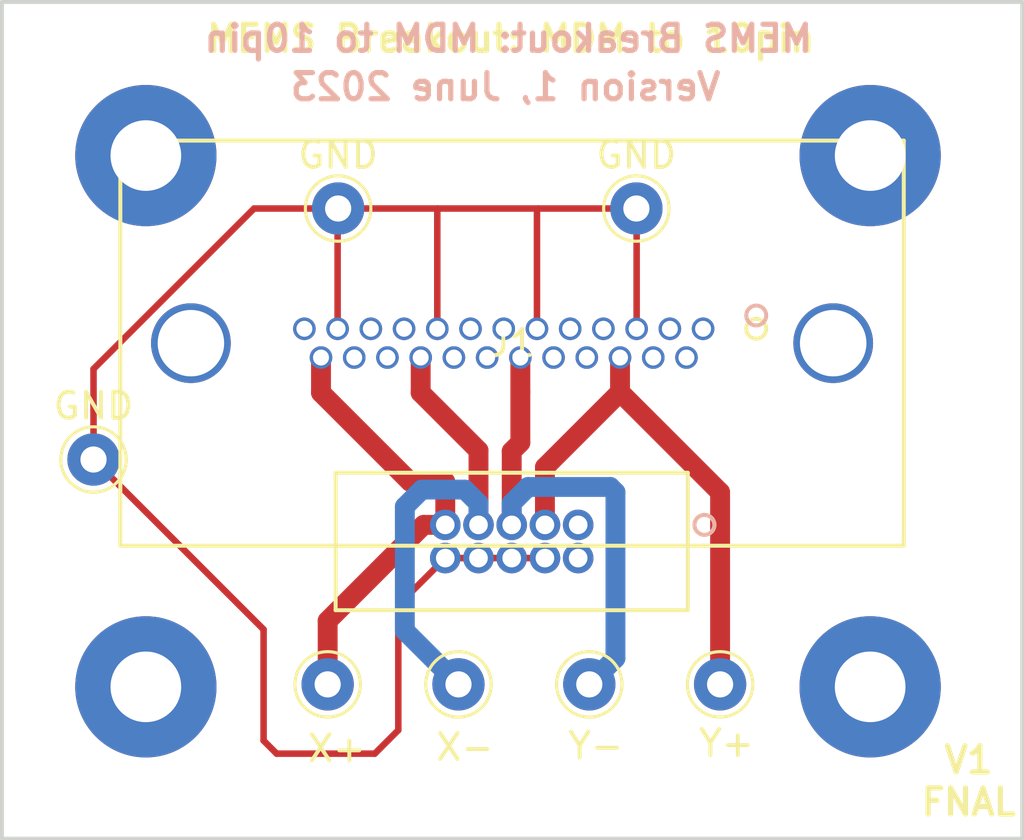
<source format=kicad_pcb>
(kicad_pcb (version 20171130) (host pcbnew "(5.1.10-1-10_14)")

  (general
    (thickness 1.6)
    (drawings 8)
    (tracks 58)
    (zones 0)
    (modules 13)
    (nets 6)
  )

  (page A4)
  (layers
    (0 F.Cu signal)
    (31 B.Cu signal)
    (32 B.Adhes user)
    (33 F.Adhes user)
    (34 B.Paste user)
    (35 F.Paste user)
    (36 B.SilkS user)
    (37 F.SilkS user)
    (38 B.Mask user)
    (39 F.Mask user)
    (40 Dwgs.User user)
    (41 Cmts.User user)
    (42 Eco1.User user)
    (43 Eco2.User user)
    (44 Edge.Cuts user)
    (45 Margin user)
    (46 B.CrtYd user)
    (47 F.CrtYd user)
    (48 B.Fab user)
    (49 F.Fab user)
  )

  (setup
    (last_trace_width 0.25)
    (trace_clearance 0.2)
    (zone_clearance 0.508)
    (zone_45_only no)
    (trace_min 0.2)
    (via_size 0.8)
    (via_drill 0.4)
    (via_min_size 0.4)
    (via_min_drill 0.3)
    (uvia_size 0.3)
    (uvia_drill 0.1)
    (uvias_allowed no)
    (uvia_min_size 0.2)
    (uvia_min_drill 0.1)
    (edge_width 0.05)
    (segment_width 0.2)
    (pcb_text_width 0.3)
    (pcb_text_size 1.5 1.5)
    (mod_edge_width 0.12)
    (mod_text_size 1 1)
    (mod_text_width 0.15)
    (pad_size 1.524 1.524)
    (pad_drill 0.762)
    (pad_to_mask_clearance 0)
    (aux_axis_origin 0 0)
    (visible_elements FFFFFF7F)
    (pcbplotparams
      (layerselection 0x010fc_ffffffff)
      (usegerberextensions false)
      (usegerberattributes true)
      (usegerberadvancedattributes true)
      (creategerberjobfile true)
      (excludeedgelayer true)
      (linewidth 0.100000)
      (plotframeref false)
      (viasonmask false)
      (mode 1)
      (useauxorigin false)
      (hpglpennumber 1)
      (hpglpenspeed 20)
      (hpglpendiameter 15.000000)
      (psnegative false)
      (psa4output false)
      (plotreference true)
      (plotvalue true)
      (plotinvisibletext false)
      (padsonsilk false)
      (subtractmaskfromsilk false)
      (outputformat 1)
      (mirror false)
      (drillshape 1)
      (scaleselection 1)
      (outputdirectory ""))
  )

  (net 0 "")
  (net 1 "Net-(J1-Pad16)")
  (net 2 "Net-(J1-Pad19)")
  (net 3 "Net-(J1-Pad22)")
  (net 4 "Net-(J1-Pad25)")
  (net 5 "Net-(J1-Pad12)")

  (net_class Default "This is the default net class."
    (clearance 0.2)
    (trace_width 0.25)
    (via_dia 0.8)
    (via_drill 0.4)
    (uvia_dia 0.3)
    (uvia_drill 0.1)
    (add_net "Net-(J1-Pad12)")
    (add_net "Net-(J1-Pad16)")
    (add_net "Net-(J1-Pad19)")
    (add_net "Net-(J1-Pad22)")
    (add_net "Net-(J1-Pad25)")
  )

  (module digikey_MDM_182-25FE-ND:digikey_MDM_182-25FE-ND (layer F.Cu) (tedit 0) (tstamp 649A9B16)
    (at 120.8 107.5)
    (path /64895DF0)
    (fp_text reference J1 (at -7.3025 0.549999) (layer F.SilkS)
      (effects (font (size 1 1) (thickness 0.15)))
    )
    (fp_text value DB25_Female_MountingHoles (at -7.3025 0.549999) (layer Cmts.User)
      (effects (font (size 1 1) (thickness 0.15)))
    )
    (fp_line (start -22.4028 -7.324001) (end -22.4028 8.423999) (layer F.CrtYd) (width 0.1524))
    (fp_line (start -22.4028 8.423999) (end 7.7978 8.423999) (layer F.CrtYd) (width 0.1524))
    (fp_line (start 7.7978 8.423999) (end 7.7978 -7.324001) (layer F.CrtYd) (width 0.1524))
    (fp_line (start 7.7978 -7.324001) (end -22.4028 -7.324001) (layer F.CrtYd) (width 0.1524))
    (fp_line (start -22.2758 8.296999) (end 7.6708 8.296999) (layer F.SilkS) (width 0.1524))
    (fp_line (start 7.6708 8.296999) (end 7.6708 -7.197001) (layer F.SilkS) (width 0.1524))
    (fp_line (start 7.6708 -7.197001) (end -22.2758 -7.197001) (layer F.SilkS) (width 0.1524))
    (fp_line (start -22.2758 -7.197001) (end -22.2758 8.296999) (layer F.SilkS) (width 0.1524))
    (fp_line (start -22.1488 8.169999) (end 7.5438 8.169999) (layer F.Fab) (width 0.1524))
    (fp_line (start 7.5438 8.169999) (end 7.5438 -7.070001) (layer F.Fab) (width 0.1524))
    (fp_line (start 7.5438 -7.070001) (end -22.1488 -7.070001) (layer F.Fab) (width 0.1524))
    (fp_line (start -22.1488 -7.070001) (end -22.1488 8.169999) (layer F.Fab) (width 0.1524))
    (fp_circle (center 2.032 0) (end 2.413 0) (layer F.SilkS) (width 0.1524))
    (fp_circle (center 0 -2.032) (end 0.381 -2.032) (layer F.Fab) (width 0.1524))
    (fp_circle (center 2.032 -0.508) (end 2.413 -0.508) (layer B.SilkS) (width 0.1524))
    (fp_text user "Copyright 2016 Accelerated Designs. All rights reserved." (at 0 0) (layer Cmts.User)
      (effects (font (size 0.127 0.127) (thickness 0.002)))
    )
    (pad 28 thru_hole circle (at 4.972502 0.549999 90) (size 3.048 3.048) (drill 2.54) (layers *.Cu *.Mask))
    (pad 27 thru_hole circle (at -19.577502 0.549999 90) (size 3.048 3.048) (drill 2.54) (layers *.Cu *.Mask))
    (pad 14 thru_hole circle (at -0.635 1.099998) (size 0.8636 0.8636) (drill 0.6096) (layers *.Cu *.Mask))
    (pad 15 thru_hole circle (at -1.905 1.099998) (size 0.8636 0.8636) (drill 0.6096) (layers *.Cu *.Mask))
    (pad 16 thru_hole circle (at -3.175 1.099998) (size 0.8636 0.8636) (drill 0.6096) (layers *.Cu *.Mask)
      (net 1 "Net-(J1-Pad16)"))
    (pad 17 thru_hole circle (at -4.445 1.099998) (size 0.8636 0.8636) (drill 0.6096) (layers *.Cu *.Mask))
    (pad 18 thru_hole circle (at -5.715 1.099998) (size 0.8636 0.8636) (drill 0.6096) (layers *.Cu *.Mask))
    (pad 19 thru_hole circle (at -6.985 1.099998) (size 0.8636 0.8636) (drill 0.6096) (layers *.Cu *.Mask)
      (net 2 "Net-(J1-Pad19)"))
    (pad 20 thru_hole circle (at -8.255 1.099998) (size 0.8636 0.8636) (drill 0.6096) (layers *.Cu *.Mask))
    (pad 21 thru_hole circle (at -9.525 1.099998) (size 0.8636 0.8636) (drill 0.6096) (layers *.Cu *.Mask))
    (pad 22 thru_hole circle (at -10.795 1.099998) (size 0.8636 0.8636) (drill 0.6096) (layers *.Cu *.Mask)
      (net 3 "Net-(J1-Pad22)"))
    (pad 23 thru_hole circle (at -12.065 1.099998) (size 0.8636 0.8636) (drill 0.6096) (layers *.Cu *.Mask))
    (pad 24 thru_hole circle (at -13.335 1.099998) (size 0.8636 0.8636) (drill 0.6096) (layers *.Cu *.Mask))
    (pad 25 thru_hole circle (at -14.605 1.099998) (size 0.8636 0.8636) (drill 0.6096) (layers *.Cu *.Mask)
      (net 4 "Net-(J1-Pad25)"))
    (pad 1 thru_hole circle (at 0 0) (size 0.8636 0.8636) (drill 0.6096) (layers *.Cu *.Mask))
    (pad 2 thru_hole circle (at -1.27 0) (size 0.8636 0.8636) (drill 0.6096) (layers *.Cu *.Mask))
    (pad 3 thru_hole circle (at -2.54 0) (size 0.8636 0.8636) (drill 0.6096) (layers *.Cu *.Mask)
      (net 5 "Net-(J1-Pad12)"))
    (pad 4 thru_hole circle (at -3.81 0) (size 0.8636 0.8636) (drill 0.6096) (layers *.Cu *.Mask))
    (pad 5 thru_hole circle (at -5.08 0) (size 0.8636 0.8636) (drill 0.6096) (layers *.Cu *.Mask))
    (pad 6 thru_hole circle (at -6.35 0) (size 0.8636 0.8636) (drill 0.6096) (layers *.Cu *.Mask)
      (net 5 "Net-(J1-Pad12)"))
    (pad 7 thru_hole circle (at -7.62 0) (size 0.8636 0.8636) (drill 0.6096) (layers *.Cu *.Mask))
    (pad 8 thru_hole circle (at -8.89 0) (size 0.8636 0.8636) (drill 0.6096) (layers *.Cu *.Mask))
    (pad 9 thru_hole circle (at -10.16 0) (size 0.8636 0.8636) (drill 0.6096) (layers *.Cu *.Mask)
      (net 5 "Net-(J1-Pad12)"))
    (pad 10 thru_hole circle (at -11.43 0) (size 0.8636 0.8636) (drill 0.6096) (layers *.Cu *.Mask))
    (pad 11 thru_hole circle (at -12.7 0) (size 0.8636 0.8636) (drill 0.6096) (layers *.Cu *.Mask))
    (pad 12 thru_hole circle (at -13.97 0) (size 0.8636 0.8636) (drill 0.6096) (layers *.Cu *.Mask)
      (net 5 "Net-(J1-Pad12)"))
    (pad 13 thru_hole circle (at -15.24 0) (size 0.8636 0.8636) (drill 0.6096) (layers *.Cu *.Mask))
  )

  (module digikey_10pin_1175-1627-ND:digikey_10pin_1175-1627-ND (layer F.Cu) (tedit 0) (tstamp 649A8FE0)
    (at 116.025 115 180)
    (path /648DC9F3)
    (fp_text reference J5 (at 2.54 -0.635) (layer Cmts.User)
      (effects (font (size 1 1) (thickness 0.15)))
    )
    (fp_text value 3220-10-0100-00 (at 2.54 -0.635) (layer Cmts.User)
      (effects (font (size 1 1) (thickness 0.15)))
    )
    (fp_line (start -4.318 -3.3909) (end -4.318 2.1209) (layer F.CrtYd) (width 0.1524))
    (fp_line (start -4.318 2.1209) (end 9.398 2.1209) (layer F.CrtYd) (width 0.1524))
    (fp_line (start 9.398 2.1209) (end 9.398 -3.3909) (layer F.CrtYd) (width 0.1524))
    (fp_line (start 9.398 -3.3909) (end -4.318 -3.3909) (layer F.CrtYd) (width 0.1524))
    (fp_line (start -4.191 1.9939) (end 9.271 1.9939) (layer F.SilkS) (width 0.1524))
    (fp_line (start 9.271 1.9939) (end 9.271 -3.2639) (layer F.SilkS) (width 0.1524))
    (fp_line (start 9.271 -3.2639) (end -4.191 -3.2639) (layer F.SilkS) (width 0.1524))
    (fp_line (start -4.191 -3.2639) (end -4.191 1.9939) (layer F.SilkS) (width 0.1524))
    (fp_line (start -4.064 1.8669) (end 9.144 1.8669) (layer F.Fab) (width 0.1524))
    (fp_line (start 9.144 1.8669) (end 9.144 -3.1369) (layer F.Fab) (width 0.1524))
    (fp_line (start 9.144 -3.1369) (end -4.064 -3.1369) (layer F.Fab) (width 0.1524))
    (fp_line (start -4.064 -3.1369) (end -4.064 1.8669) (layer F.Fab) (width 0.1524))
    (fp_circle (center -4.826 0) (end -4.445 0) (layer F.SilkS) (width 0.1524))
    (fp_circle (center -4.826 0) (end -4.445 0) (layer B.SilkS) (width 0.1524))
    (fp_circle (center 0 1.905) (end 0.381 1.905) (layer F.Fab) (width 0.1524))
    (fp_text user "Copyright 2016 Accelerated Designs. All rights reserved." (at 0 0) (layer Cmts.User)
      (effects (font (size 0.127 0.127) (thickness 0.002)))
    )
    (pad 10 thru_hole circle (at 5.08 -1.27 180) (size 1.1684 1.1684) (drill 0.7112) (layers *.Cu *.Mask)
      (net 5 "Net-(J1-Pad12)"))
    (pad 9 thru_hole circle (at 5.08 0 180) (size 1.1684 1.1684) (drill 0.7112) (layers *.Cu *.Mask)
      (net 4 "Net-(J1-Pad25)"))
    (pad 8 thru_hole circle (at 3.81 -1.27 180) (size 1.1684 1.1684) (drill 0.7112) (layers *.Cu *.Mask)
      (net 5 "Net-(J1-Pad12)"))
    (pad 7 thru_hole circle (at 3.81 0 180) (size 1.1684 1.1684) (drill 0.7112) (layers *.Cu *.Mask)
      (net 3 "Net-(J1-Pad22)"))
    (pad 6 thru_hole circle (at 2.54 -1.27 180) (size 1.1684 1.1684) (drill 0.7112) (layers *.Cu *.Mask)
      (net 5 "Net-(J1-Pad12)"))
    (pad 5 thru_hole circle (at 2.54 0 180) (size 1.1684 1.1684) (drill 0.7112) (layers *.Cu *.Mask)
      (net 2 "Net-(J1-Pad19)"))
    (pad 4 thru_hole circle (at 1.27 -1.27 180) (size 1.1684 1.1684) (drill 0.7112) (layers *.Cu *.Mask)
      (net 5 "Net-(J1-Pad12)"))
    (pad 3 thru_hole circle (at 1.27 0 180) (size 1.1684 1.1684) (drill 0.7112) (layers *.Cu *.Mask)
      (net 1 "Net-(J1-Pad16)"))
    (pad 2 thru_hole circle (at 0 -1.27 180) (size 1.1684 1.1684) (drill 0.7112) (layers *.Cu *.Mask))
    (pad 1 thru_hole circle (at 0 0 180) (size 1.1684 1.1684) (drill 0.7112) (layers *.Cu *.Mask))
  )

  (module Connector_Pin:Pin_D1.0mm_L10.0mm (layer F.Cu) (tedit 5A1DC084) (tstamp 649A9074)
    (at 97.5 112.5)
    (descr "solder Pin_ diameter 1.0mm, hole diameter 1.0mm (press fit), length 10.0mm")
    (tags "solder Pin_ press fit")
    (path /648B4270)
    (fp_text reference J11 (at 0 2.25) (layer Dwgs.User)
      (effects (font (size 1 1) (thickness 0.15)))
    )
    (fp_text value GND (at 0 -2.05) (layer F.SilkS)
      (effects (font (size 1 1) (thickness 0.15)))
    )
    (fp_circle (center 0 0) (end 1.5 0) (layer F.CrtYd) (width 0.05))
    (fp_circle (center 0 0) (end 0.5 0) (layer F.Fab) (width 0.12))
    (fp_circle (center 0 0) (end 1 0) (layer F.Fab) (width 0.12))
    (fp_circle (center 0 0) (end 1.25 0.05) (layer F.SilkS) (width 0.12))
    (fp_text user %R (at 0 2.25) (layer F.Fab)
      (effects (font (size 1 1) (thickness 0.15)))
    )
    (pad 1 thru_hole circle (at 0 0) (size 2 2) (drill 1) (layers *.Cu *.Mask)
      (net 5 "Net-(J1-Pad12)"))
    (model ${KICAD6_3DMODEL_DIR}/Connector_Pin.3dshapes/Pin_D1.0mm_L10.0mm.wrl
      (at (xyz 0 0 0))
      (scale (xyz 1 1 1))
      (rotate (xyz 0 0 0))
    )
  )

  (module Connector_Pin:Pin_D1.0mm_L10.0mm (layer F.Cu) (tedit 5A1DC084) (tstamp 649A9059)
    (at 121.45 121.1)
    (descr "solder Pin_ diameter 1.0mm, hole diameter 1.0mm (press fit), length 10.0mm")
    (tags "solder Pin_ press fit")
    (path /648E928D)
    (fp_text reference J8 (at 0 2.25) (layer Dwgs.User)
      (effects (font (size 1 1) (thickness 0.15)))
    )
    (fp_text value Y+ (at 0.25 2.25) (layer F.SilkS)
      (effects (font (size 1 1) (thickness 0.15)))
    )
    (fp_circle (center 0 0) (end 1.5 0) (layer F.CrtYd) (width 0.05))
    (fp_circle (center 0 0) (end 0.5 0) (layer F.Fab) (width 0.12))
    (fp_circle (center 0 0) (end 1 0) (layer F.Fab) (width 0.12))
    (fp_circle (center 0 0) (end 1.25 0.05) (layer F.SilkS) (width 0.12))
    (fp_text user %R (at 0 2.25) (layer F.Fab)
      (effects (font (size 1 1) (thickness 0.15)))
    )
    (pad 1 thru_hole circle (at 0 0) (size 2 2) (drill 1) (layers *.Cu *.Mask)
      (net 1 "Net-(J1-Pad16)"))
    (model ${KICAD6_3DMODEL_DIR}/Connector_Pin.3dshapes/Pin_D1.0mm_L10.0mm.wrl
      (at (xyz 0 0 0))
      (scale (xyz 1 1 1))
      (rotate (xyz 0 0 0))
    )
  )

  (module Connector_Pin:Pin_D1.0mm_L10.0mm (layer F.Cu) (tedit 5A1DC084) (tstamp 649A903E)
    (at 116.45 121.1)
    (descr "solder Pin_ diameter 1.0mm, hole diameter 1.0mm (press fit), length 10.0mm")
    (tags "solder Pin_ press fit")
    (path /648E952C)
    (fp_text reference J7 (at 0 2.25) (layer Dwgs.User)
      (effects (font (size 1 1) (thickness 0.15)))
    )
    (fp_text value Y- (at 0.25 2.35) (layer F.SilkS)
      (effects (font (size 1 1) (thickness 0.15)))
    )
    (fp_circle (center 0 0) (end 1.5 0) (layer F.CrtYd) (width 0.05))
    (fp_circle (center 0 0) (end 0.5 0) (layer F.Fab) (width 0.12))
    (fp_circle (center 0 0) (end 1 0) (layer F.Fab) (width 0.12))
    (fp_circle (center 0 0) (end 1.25 0.05) (layer F.SilkS) (width 0.12))
    (fp_text user %R (at 0 2.25) (layer F.Fab)
      (effects (font (size 1 1) (thickness 0.15)))
    )
    (pad 1 thru_hole circle (at 0 0) (size 2 2) (drill 1) (layers *.Cu *.Mask)
      (net 2 "Net-(J1-Pad19)"))
    (model ${KICAD6_3DMODEL_DIR}/Connector_Pin.3dshapes/Pin_D1.0mm_L10.0mm.wrl
      (at (xyz 0 0 0))
      (scale (xyz 1 1 1))
      (rotate (xyz 0 0 0))
    )
  )

  (module Connector_Pin:Pin_D1.0mm_L10.0mm (layer F.Cu) (tedit 5A1DC084) (tstamp 649A9023)
    (at 111.45 121.1)
    (descr "solder Pin_ diameter 1.0mm, hole diameter 1.0mm (press fit), length 10.0mm")
    (tags "solder Pin_ press fit")
    (path /648E8EC0)
    (fp_text reference J6 (at 0 2.25) (layer Dwgs.User)
      (effects (font (size 1 1) (thickness 0.15)))
    )
    (fp_text value X- (at 0.25 2.4) (layer F.SilkS)
      (effects (font (size 1 1) (thickness 0.15)))
    )
    (fp_circle (center 0 0) (end 1.5 0) (layer F.CrtYd) (width 0.05))
    (fp_circle (center 0 0) (end 0.5 0) (layer F.Fab) (width 0.12))
    (fp_circle (center 0 0) (end 1 0) (layer F.Fab) (width 0.12))
    (fp_circle (center 0 0) (end 1.25 0.05) (layer F.SilkS) (width 0.12))
    (pad 1 thru_hole circle (at 0 0) (size 2 2) (drill 1) (layers *.Cu *.Mask)
      (net 3 "Net-(J1-Pad22)"))
    (model ${KICAD6_3DMODEL_DIR}/Connector_Pin.3dshapes/Pin_D1.0mm_L10.0mm.wrl
      (at (xyz 0 0 0))
      (scale (xyz 1 1 1))
      (rotate (xyz 0 0 0))
    )
  )

  (module Connector_Pin:Pin_D1.0mm_L10.0mm (layer F.Cu) (tedit 5A1DC084) (tstamp 649A8FB1)
    (at 118.25 102.9)
    (descr "solder Pin_ diameter 1.0mm, hole diameter 1.0mm (press fit), length 10.0mm")
    (tags "solder Pin_ press fit")
    (path /648A5D07)
    (fp_text reference J4 (at 0 2.25) (layer Dwgs.User)
      (effects (font (size 1 1) (thickness 0.15)))
    )
    (fp_text value GND (at 0 -2.05) (layer F.SilkS)
      (effects (font (size 1 1) (thickness 0.15)))
    )
    (fp_circle (center 0 0) (end 1.5 0) (layer F.CrtYd) (width 0.05))
    (fp_circle (center 0 0) (end 0.5 0) (layer F.Fab) (width 0.12))
    (fp_circle (center 0 0) (end 1 0) (layer F.Fab) (width 0.12))
    (fp_circle (center 0 0) (end 1.25 0.05) (layer F.SilkS) (width 0.12))
    (fp_text user %R (at 0 2.25) (layer F.Fab)
      (effects (font (size 1 1) (thickness 0.15)))
    )
    (pad 1 thru_hole circle (at 0 0) (size 2 2) (drill 1) (layers *.Cu *.Mask)
      (net 5 "Net-(J1-Pad12)"))
    (model ${KICAD6_3DMODEL_DIR}/Connector_Pin.3dshapes/Pin_D1.0mm_L10.0mm.wrl
      (at (xyz 0 0 0))
      (scale (xyz 1 1 1))
      (rotate (xyz 0 0 0))
    )
  )

  (module Connector_Pin:Pin_D1.0mm_L10.0mm (layer F.Cu) (tedit 5A1DC084) (tstamp 649A8F96)
    (at 106.85 102.9)
    (descr "solder Pin_ diameter 1.0mm, hole diameter 1.0mm (press fit), length 10.0mm")
    (tags "solder Pin_ press fit")
    (path /648A4E0E)
    (fp_text reference J3 (at 0 2.25) (layer Dwgs.User)
      (effects (font (size 1 1) (thickness 0.15)))
    )
    (fp_text value GND (at 0 -2.05) (layer F.SilkS)
      (effects (font (size 1 1) (thickness 0.15)))
    )
    (fp_circle (center 0 0) (end 1.5 0) (layer F.CrtYd) (width 0.05))
    (fp_circle (center 0 0) (end 0.5 0) (layer F.Fab) (width 0.12))
    (fp_circle (center 0 0) (end 1 0) (layer F.Fab) (width 0.12))
    (fp_circle (center 0 0) (end 1.25 0.05) (layer F.SilkS) (width 0.12))
    (fp_text user %R (at 0 2.25) (layer F.Fab)
      (effects (font (size 1 1) (thickness 0.15)))
    )
    (pad 1 thru_hole circle (at 0 0) (size 2 2) (drill 1) (layers *.Cu *.Mask)
      (net 5 "Net-(J1-Pad12)"))
    (model ${KICAD6_3DMODEL_DIR}/Connector_Pin.3dshapes/Pin_D1.0mm_L10.0mm.wrl
      (at (xyz 0 0 0))
      (scale (xyz 1 1 1))
      (rotate (xyz 0 0 0))
    )
  )

  (module Connector_Pin:Pin_D1.0mm_L10.0mm (layer F.Cu) (tedit 5A1DC084) (tstamp 649A8F7B)
    (at 106.45 121.1)
    (descr "solder Pin_ diameter 1.0mm, hole diameter 1.0mm (press fit), length 10.0mm")
    (tags "solder Pin_ press fit")
    (path /648E7E0F)
    (fp_text reference J2 (at 0 2.25) (layer Dwgs.User)
      (effects (font (size 1 1) (thickness 0.15)))
    )
    (fp_text value X+ (at 0.35 2.45) (layer F.SilkS)
      (effects (font (size 1 1) (thickness 0.15)))
    )
    (fp_circle (center 0 0) (end 1.5 0) (layer F.CrtYd) (width 0.05))
    (fp_circle (center 0 0) (end 0.5 0) (layer F.Fab) (width 0.12))
    (fp_circle (center 0 0) (end 1 0) (layer F.Fab) (width 0.12))
    (fp_circle (center 0 0) (end 1.25 0.05) (layer F.SilkS) (width 0.12))
    (pad 1 thru_hole circle (at 0 0) (size 2 2) (drill 1) (layers *.Cu *.Mask)
      (net 4 "Net-(J1-Pad25)"))
    (model ${KICAD6_3DMODEL_DIR}/Connector_Pin.3dshapes/Pin_D1.0mm_L10.0mm.wrl
      (at (xyz 0 0 0))
      (scale (xyz 1 1 1))
      (rotate (xyz 0 0 0))
    )
  )

  (module MountingHole:MountingHole_2.7mm_M2.5_Pad (layer F.Cu) (tedit 56D1B4CB) (tstamp 649A8EDA)
    (at 127.186 121.195)
    (descr "Mounting Hole 2.7mm, M2.5")
    (tags "mounting hole 2.7mm m2.5")
    (path /648CADE9)
    (attr virtual)
    (fp_text reference H4 (at 0 -3.7) (layer Cmts.User)
      (effects (font (size 1 1) (thickness 0.15)))
    )
    (fp_text value MountingHole (at 0 3.7) (layer Dwgs.User)
      (effects (font (size 1 1) (thickness 0.15)))
    )
    (fp_circle (center 0 0) (end 2.7 0) (layer Cmts.User) (width 0.15))
    (fp_circle (center 0 0) (end 2.95 0) (layer F.CrtYd) (width 0.05))
    (fp_text user %R (at 0.3 0) (layer F.Fab)
      (effects (font (size 1 1) (thickness 0.15)))
    )
    (pad 1 thru_hole circle (at 0 0) (size 5.4 5.4) (drill 2.7) (layers *.Cu *.Mask))
  )

  (module MountingHole:MountingHole_2.7mm_M2.5_Pad (layer F.Cu) (tedit 56D1B4CB) (tstamp 649A8EC5)
    (at 127.186 100.875)
    (descr "Mounting Hole 2.7mm, M2.5")
    (tags "mounting hole 2.7mm m2.5")
    (path /648CA59A)
    (attr virtual)
    (fp_text reference H3 (at 0 -3.7) (layer Cmts.User)
      (effects (font (size 1 1) (thickness 0.15)))
    )
    (fp_text value MountingHole (at 0.06 4) (layer Dwgs.User)
      (effects (font (size 1 1) (thickness 0.15)))
    )
    (fp_circle (center 0 0) (end 2.7 0) (layer Cmts.User) (width 0.15))
    (fp_circle (center 0 0) (end 2.95 0) (layer F.CrtYd) (width 0.05))
    (fp_text user %R (at 0.3 0) (layer F.Fab)
      (effects (font (size 1 1) (thickness 0.15)))
    )
    (pad 1 thru_hole circle (at 0 0) (size 5.4 5.4) (drill 2.7) (layers *.Cu *.Mask))
  )

  (module MountingHole:MountingHole_2.7mm_M2.5_Pad (layer F.Cu) (tedit 56D1B4CB) (tstamp 649A8EB0)
    (at 99.5 121.195)
    (descr "Mounting Hole 2.7mm, M2.5")
    (tags "mounting hole 2.7mm m2.5")
    (path /648C9CAD)
    (attr virtual)
    (fp_text reference H2 (at 0 -3.7) (layer Cmts.User)
      (effects (font (size 1 1) (thickness 0.15)))
    )
    (fp_text value MountingHole (at 0 3.7) (layer Dwgs.User)
      (effects (font (size 1 1) (thickness 0.15)))
    )
    (fp_circle (center 0 0) (end 2.7 0) (layer Cmts.User) (width 0.15))
    (fp_circle (center 0 0) (end 2.95 0) (layer F.CrtYd) (width 0.05))
    (fp_text user %R (at 0.3 0) (layer F.Fab)
      (effects (font (size 1 1) (thickness 0.15)))
    )
    (pad 1 thru_hole circle (at 0 0) (size 5.4 5.4) (drill 2.7) (layers *.Cu *.Mask))
  )

  (module MountingHole:MountingHole_2.7mm_M2.5_Pad (layer F.Cu) (tedit 56D1B4CB) (tstamp 649A8E9B)
    (at 99.5 100.875)
    (descr "Mounting Hole 2.7mm, M2.5")
    (tags "mounting hole 2.7mm m2.5")
    (path /648C92FC)
    (attr virtual)
    (fp_text reference H1 (at 0 -3.7) (layer Cmts.User)
      (effects (font (size 1 1) (thickness 0.15)))
    )
    (fp_text value MountingHole (at 0 3.7) (layer Dwgs.User)
      (effects (font (size 1 1) (thickness 0.15)))
    )
    (fp_circle (center 0 0) (end 2.7 0) (layer Cmts.User) (width 0.15))
    (fp_circle (center 0 0) (end 2.95 0) (layer F.CrtYd) (width 0.05))
    (fp_text user %R (at 0.3 0) (layer F.Fab)
      (effects (font (size 1 1) (thickness 0.15)))
    )
    (pad 1 thru_hole circle (at 0 0) (size 5.4 5.4) (drill 2.7) (layers *.Cu *.Mask))
  )

  (gr_text "V1\nFNAL\n" (at 130.95 124.8) (layer F.SilkS)
    (effects (font (size 1 1) (thickness 0.2)))
  )
  (gr_text "Version 1, June 2023" (at 113.25 98.25) (layer B.SilkS)
    (effects (font (size 1 1) (thickness 0.2)) (justify mirror))
  )
  (gr_text "MEMS Breakout: MDM to 10pin" (at 113.35 96.4) (layer B.SilkS) (tstamp 649AD9A2)
    (effects (font (size 1 1) (thickness 0.2)) (justify mirror))
  )
  (gr_text "MEMS Breakout: MDM to 10pin" (at 113.45 96.4) (layer F.SilkS)
    (effects (font (size 1 1) (thickness 0.2)))
  )
  (gr_line (start 94 95) (end 133 95) (layer Edge.Cuts) (width 0.15))
  (gr_line (start 94 95) (end 94 127) (layer Edge.Cuts) (width 0.15) (tstamp 649A9092))
  (gr_line (start 133 127) (end 94 127) (layer Edge.Cuts) (width 0.15))
  (gr_line (start 133 95) (end 133 127) (layer Edge.Cuts) (width 0.15))

  (segment (start 117.625 108.599998) (end 117.625 109.925) (width 0.76) (layer F.Cu) (net 1))
  (segment (start 114.755 112.795) (end 117.625 109.925) (width 0.76) (layer F.Cu) (net 1))
  (segment (start 114.755 115) (end 114.755 112.795) (width 0.76) (layer F.Cu) (net 1))
  (segment (start 121.45 113.75) (end 117.625 109.925) (width 0.76) (layer F.Cu) (net 1))
  (segment (start 121.45 121.1) (end 121.45 113.75) (width 0.76) (layer F.Cu) (net 1))
  (segment (start 116.934201 120.615799) (end 116.45 121.1) (width 0.25) (layer B.Cu) (net 2))
  (segment (start 117.449999 120.100001) (end 117.449999 113.749999) (width 0.76) (layer B.Cu) (net 2))
  (segment (start 116.45 121.1) (end 117.449999 120.100001) (width 0.76) (layer B.Cu) (net 2))
  (segment (start 117.449999 113.749999) (end 117.25 113.55) (width 0.76) (layer B.Cu) (net 2))
  (segment (start 113.485 114.173817) (end 113.485 115) (width 0.76) (layer B.Cu) (net 2))
  (segment (start 114.108817 113.55) (end 113.485 114.173817) (width 0.76) (layer B.Cu) (net 2))
  (segment (start 117.25 113.55) (end 114.108817 113.55) (width 0.76) (layer B.Cu) (net 2))
  (segment (start 113.815 108.599998) (end 113.815 109.915) (width 0.76) (layer F.Cu) (net 2))
  (segment (start 113.485 115) (end 113.485 112.185) (width 0.76) (layer F.Cu) (net 2))
  (segment (start 113.815 111.855) (end 113.815 109.915) (width 0.76) (layer F.Cu) (net 2))
  (segment (start 113.485 112.185) (end 113.815 111.855) (width 0.76) (layer F.Cu) (net 2))
  (segment (start 111.45 121.1) (end 109.4 119.05) (width 0.76) (layer B.Cu) (net 3))
  (segment (start 109.4 119.05) (end 109.4 114.3) (width 0.76) (layer B.Cu) (net 3))
  (segment (start 109.4 114.3) (end 110.05 113.65) (width 0.76) (layer B.Cu) (net 3))
  (segment (start 112.215 114.173817) (end 112.215 115) (width 0.76) (layer B.Cu) (net 3))
  (segment (start 111.691183 113.65) (end 112.215 114.173817) (width 0.76) (layer B.Cu) (net 3))
  (segment (start 110.05 113.65) (end 111.691183 113.65) (width 0.76) (layer B.Cu) (net 3))
  (segment (start 110.005 108.599998) (end 110.005 109.945) (width 0.76) (layer F.Cu) (net 3))
  (segment (start 112.215 112.155) (end 112.215 115) (width 0.76) (layer F.Cu) (net 3))
  (segment (start 110.005 109.945) (end 112.215 112.155) (width 0.76) (layer F.Cu) (net 3))
  (segment (start 106.845 120.705) (end 106.45 121.1) (width 0.25) (layer F.Cu) (net 4) (tstamp 649A9087))
  (segment (start 106.45 121.18) (end 106.45 121.1) (width 0.25) (layer F.Cu) (net 4) (tstamp 649A908A))
  (segment (start 106.45 118.668817) (end 110.118817 115) (width 0.76) (layer F.Cu) (net 4))
  (segment (start 110.118817 115) (end 110.945 115) (width 0.76) (layer F.Cu) (net 4))
  (segment (start 106.45 121.1) (end 106.45 118.668817) (width 0.76) (layer F.Cu) (net 4))
  (segment (start 110.945 115) (end 110.945 113.349998) (width 0.76) (layer F.Cu) (net 4))
  (segment (start 106.195 108.599998) (end 106.195 109.945) (width 0.76) (layer F.Cu) (net 4))
  (segment (start 109.599998 113.349998) (end 106.195 109.945) (width 0.76) (layer F.Cu) (net 4))
  (segment (start 110.945 113.349998) (end 109.599998 113.349998) (width 0.76) (layer F.Cu) (net 4))
  (segment (start 106.83 102.92) (end 106.85 102.9) (width 0.25) (layer F.Cu) (net 5))
  (segment (start 106.83 107.5) (end 106.83 102.92) (width 0.25) (layer F.Cu) (net 5))
  (segment (start 118.26 102.91) (end 118.25 102.9) (width 0.25) (layer F.Cu) (net 5))
  (segment (start 118.26 107.5) (end 118.26 102.91) (width 0.25) (layer F.Cu) (net 5))
  (segment (start 110.64 107.5) (end 110.64 102.91) (width 0.25) (layer F.Cu) (net 5))
  (segment (start 110.64 102.91) (end 110.65 102.9) (width 0.25) (layer F.Cu) (net 5))
  (segment (start 106.85 102.9) (end 110.65 102.9) (width 0.25) (layer F.Cu) (net 5))
  (segment (start 114.45 102.95) (end 114.5 102.9) (width 0.25) (layer F.Cu) (net 5))
  (segment (start 114.45 107.5) (end 114.45 102.95) (width 0.25) (layer F.Cu) (net 5))
  (segment (start 114.5 102.9) (end 118.25 102.9) (width 0.25) (layer F.Cu) (net 5))
  (segment (start 110.65 102.9) (end 114.5 102.9) (width 0.25) (layer F.Cu) (net 5))
  (segment (start 97.5 109.035975) (end 103.635975 102.9) (width 0.25) (layer F.Cu) (net 5))
  (segment (start 103.635975 102.9) (end 106.85 102.9) (width 0.25) (layer F.Cu) (net 5))
  (segment (start 97.5 112.5) (end 97.5 109.035975) (width 0.25) (layer F.Cu) (net 5))
  (segment (start 110.945 116.27) (end 112.215 116.27) (width 0.25) (layer F.Cu) (net 5))
  (segment (start 112.215 116.27) (end 113.485 116.27) (width 0.25) (layer F.Cu) (net 5))
  (segment (start 113.485 116.27) (end 114.755 116.27) (width 0.25) (layer F.Cu) (net 5))
  (segment (start 97.5 112.5) (end 104 119) (width 0.25) (layer F.Cu) (net 5))
  (segment (start 104 119) (end 104 123.25) (width 0.25) (layer F.Cu) (net 5))
  (segment (start 104 123.25) (end 104.5 123.75) (width 0.25) (layer F.Cu) (net 5))
  (segment (start 104.5 123.75) (end 108.25 123.75) (width 0.25) (layer F.Cu) (net 5))
  (segment (start 108.25 123.75) (end 109.15 122.85) (width 0.25) (layer F.Cu) (net 5))
  (segment (start 109.15 118.065) (end 110.945 116.27) (width 0.25) (layer F.Cu) (net 5))
  (segment (start 109.15 122.85) (end 109.15 118.065) (width 0.25) (layer F.Cu) (net 5))

)

</source>
